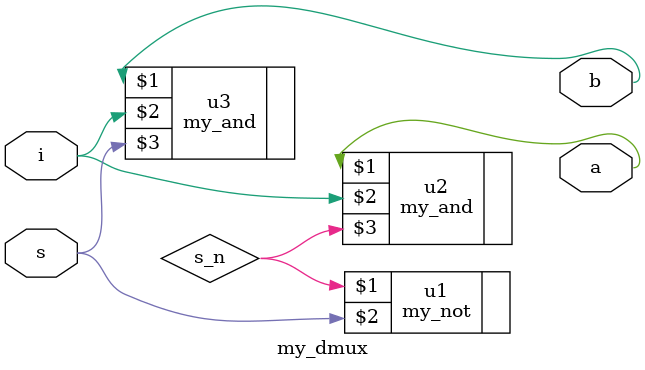
<source format=v>
`include "my_and.v"

module my_dmux(a, b, i, s);
   input i, s;
   output a, b;

   wire   s_n;

   my_not u1(s_n, s);
   my_and u2(a, i, s_n);
   my_and u3(b, i, s);
endmodule

</source>
